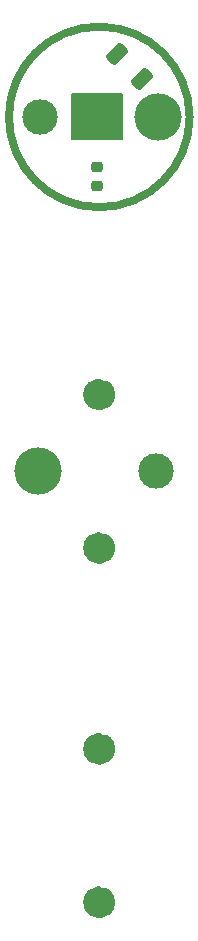
<source format=gbr>
%TF.GenerationSoftware,KiCad,Pcbnew,7.0.9*%
%TF.CreationDate,2024-07-30T16:44:57+08:00*%
%TF.ProjectId,LED,4c45442e-6b69-4636-9164-5f7063625858,rev?*%
%TF.SameCoordinates,Original*%
%TF.FileFunction,Soldermask,Bot*%
%TF.FilePolarity,Negative*%
%FSLAX46Y46*%
G04 Gerber Fmt 4.6, Leading zero omitted, Abs format (unit mm)*
G04 Created by KiCad (PCBNEW 7.0.9) date 2024-07-30 16:44:57*
%MOMM*%
%LPD*%
G01*
G04 APERTURE LIST*
G04 Aperture macros list*
%AMRoundRect*
0 Rectangle with rounded corners*
0 $1 Rounding radius*
0 $2 $3 $4 $5 $6 $7 $8 $9 X,Y pos of 4 corners*
0 Add a 4 corners polygon primitive as box body*
4,1,4,$2,$3,$4,$5,$6,$7,$8,$9,$2,$3,0*
0 Add four circle primitives for the rounded corners*
1,1,$1+$1,$2,$3*
1,1,$1+$1,$4,$5*
1,1,$1+$1,$6,$7*
1,1,$1+$1,$8,$9*
0 Add four rect primitives between the rounded corners*
20,1,$1+$1,$2,$3,$4,$5,0*
20,1,$1+$1,$4,$5,$6,$7,0*
20,1,$1+$1,$6,$7,$8,$9,0*
20,1,$1+$1,$8,$9,$2,$3,0*%
G04 Aperture macros list end*
%ADD10C,1.375000*%
%ADD11C,0.700000*%
%ADD12C,0.150000*%
%ADD13C,3.000000*%
%ADD14C,4.000000*%
%ADD15RoundRect,0.225000X-0.250000X0.225000X-0.250000X-0.225000X0.250000X-0.225000X0.250000X0.225000X0*%
%ADD16RoundRect,0.250000X0.689429X0.229810X0.229810X0.689429X-0.689429X-0.229810X-0.229810X-0.689429X0*%
G04 APERTURE END LIST*
D10*
X110687500Y-113500000D02*
G75*
G03*
X110687500Y-113500000I-687500J0D01*
G01*
X110687500Y-126500000D02*
G75*
G03*
X110687500Y-126500000I-687500J0D01*
G01*
X110687500Y-156500000D02*
G75*
G03*
X110687500Y-156500000I-687500J0D01*
G01*
D11*
X117650000Y-90000000D02*
G75*
G03*
X117650000Y-90000000I-7650000J0D01*
G01*
D12*
X107700000Y-88100000D02*
X111900000Y-88100000D01*
X111900000Y-91900000D01*
X107700000Y-91900000D01*
X107700000Y-88100000D01*
G36*
X107700000Y-88100000D02*
G01*
X111900000Y-88100000D01*
X111900000Y-91900000D01*
X107700000Y-91900000D01*
X107700000Y-88100000D01*
G37*
D10*
X110687500Y-143500000D02*
G75*
G03*
X110687500Y-143500000I-687500J0D01*
G01*
D13*
%TO.C,REF\u002A\u002A*%
X114836200Y-120000000D03*
%TD*%
%TO.C,REF\u002A\u002A*%
X105000000Y-90000000D03*
%TD*%
D14*
%TO.C,REF\u002A\u002A*%
X115000000Y-90000000D03*
%TD*%
%TO.C,REF\u002A\u002A*%
X104836228Y-119995127D03*
%TD*%
D15*
%TO.C,C1*%
X109825384Y-94272475D03*
X109825384Y-95822475D03*
%TD*%
D16*
%TO.C,C2*%
X113585966Y-86767983D03*
X111500000Y-84682017D03*
%TD*%
M02*

</source>
